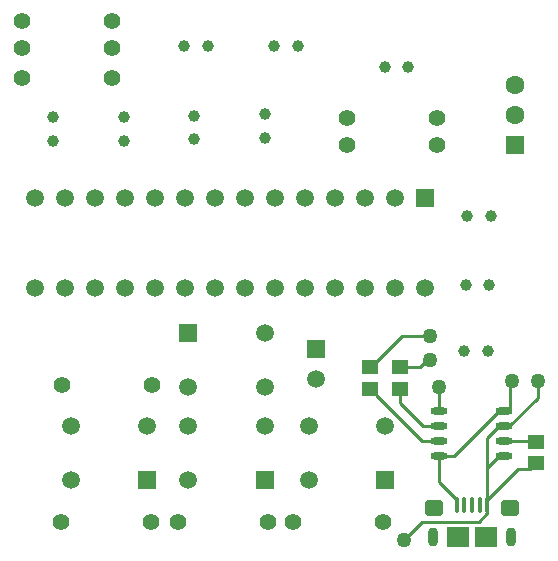
<source format=gtl>
G04*
G04 #@! TF.GenerationSoftware,Altium Limited,Altium Designer,20.1.11 (218)*
G04*
G04 Layer_Physical_Order=1*
G04 Layer_Color=255*
%FSLAX25Y25*%
%MOIN*%
G70*
G04*
G04 #@! TF.SameCoordinates,E6333289-3B3F-416E-ACC7-16277D215EEB*
G04*
G04*
G04 #@! TF.FilePolarity,Positive*
G04*
G01*
G75*
%ADD15R,0.05512X0.04724*%
%ADD16O,0.05709X0.02362*%
%ADD17R,0.07480X0.07087*%
G04:AMPARAMS|DCode=18|XSize=62.99mil|YSize=55.12mil|CornerRadius=13.78mil|HoleSize=0mil|Usage=FLASHONLY|Rotation=0.000|XOffset=0mil|YOffset=0mil|HoleType=Round|Shape=RoundedRectangle|*
%AMROUNDEDRECTD18*
21,1,0.06299,0.02756,0,0,0.0*
21,1,0.03543,0.05512,0,0,0.0*
1,1,0.02756,0.01772,-0.01378*
1,1,0.02756,-0.01772,-0.01378*
1,1,0.02756,-0.01772,0.01378*
1,1,0.02756,0.01772,0.01378*
%
%ADD18ROUNDEDRECTD18*%
%ADD19O,0.01575X0.05315*%
%ADD35C,0.01000*%
%ADD36C,0.03937*%
%ADD37C,0.05512*%
%ADD38R,0.06299X0.06299*%
%ADD39C,0.06299*%
%ADD40C,0.05906*%
%ADD41R,0.05906X0.05906*%
%ADD42C,0.05898*%
%ADD43R,0.05898X0.05898*%
%ADD44O,0.03543X0.06299*%
%ADD45C,0.05000*%
D15*
X464500Y217000D02*
D03*
Y224087D02*
D03*
X419000Y241957D02*
D03*
Y249043D02*
D03*
X409000Y241957D02*
D03*
Y249043D02*
D03*
D16*
X453925Y219500D02*
D03*
Y224500D02*
D03*
Y229500D02*
D03*
Y234500D02*
D03*
X432075Y219500D02*
D03*
Y224500D02*
D03*
Y229500D02*
D03*
Y234500D02*
D03*
D17*
X447874Y192500D02*
D03*
X438425D02*
D03*
D18*
X455748Y202146D02*
D03*
X430551D02*
D03*
D19*
X443150Y203031D02*
D03*
X440590D02*
D03*
X438031D02*
D03*
X448268D02*
D03*
X445709D02*
D03*
D35*
X453925Y229500D02*
X455598D01*
X465000Y238902D01*
Y244500D01*
X448268Y204902D02*
X458504Y215138D01*
X448158Y204792D02*
X448268Y204902D01*
Y215516D01*
X448158Y200376D02*
Y204792D01*
X462638Y215138D02*
X464500Y217000D01*
X458504Y215138D02*
X462638D01*
X464087Y224500D02*
X464500Y224087D01*
X453925Y224500D02*
X464087D01*
X452252Y229500D02*
X453925D01*
X448268Y225516D02*
X452252Y229500D01*
X448268Y215516D02*
Y225516D01*
X453925Y234500D02*
X455170D01*
X455799Y235129D01*
Y243799D01*
X456500Y244500D01*
X409000Y249043D02*
X409394D01*
X419850Y259500D01*
X429000D01*
X419000Y249043D02*
X425800D01*
X428257Y251500D01*
X429000D01*
X432000Y234575D02*
X432075Y234500D01*
X432000Y234575D02*
Y242500D01*
X426457Y224500D02*
X432075D01*
X409394Y241957D02*
X411256Y240094D01*
Y239701D02*
Y240094D01*
X409000Y241957D02*
X409394D01*
X411256Y239701D02*
X426457Y224500D01*
X419000Y237209D02*
X426709Y229500D01*
X432075D01*
X419000Y237209D02*
Y241957D01*
X432075Y219500D02*
X437252D01*
X452252Y234500D01*
X453925D01*
X448268Y215516D02*
X452252Y219500D01*
X453925D01*
X438031Y203031D02*
Y204902D01*
X432075Y210858D02*
X438031Y204902D01*
X432075Y210858D02*
Y219500D01*
X426543Y197543D02*
X445325D01*
X448158Y200376D01*
X420500Y191500D02*
X426543Y197543D01*
D36*
X421874Y349000D02*
D03*
X414000D02*
D03*
X347126Y356000D02*
D03*
X355000D02*
D03*
X377126D02*
D03*
X385000D02*
D03*
X449500Y299500D02*
D03*
X441626D02*
D03*
X303500Y324500D02*
D03*
Y332374D02*
D03*
X374000Y325500D02*
D03*
Y333374D02*
D03*
X350500Y332874D02*
D03*
Y325000D02*
D03*
X327000Y332374D02*
D03*
Y324500D02*
D03*
X441000Y276500D02*
D03*
X448874D02*
D03*
X440500Y254500D02*
D03*
X448374D02*
D03*
D37*
X323000Y364500D02*
D03*
X293000D02*
D03*
X323000Y355500D02*
D03*
X293000D02*
D03*
X401500Y332000D02*
D03*
X431500D02*
D03*
X401500Y323000D02*
D03*
X431500D02*
D03*
X336000Y197500D02*
D03*
X306000D02*
D03*
X375000D02*
D03*
X345000D02*
D03*
X336500Y243000D02*
D03*
X306500D02*
D03*
X413500Y197500D02*
D03*
X383500D02*
D03*
X323000Y345500D02*
D03*
X293000D02*
D03*
D38*
X457500Y323000D02*
D03*
D39*
Y333000D02*
D03*
Y343000D02*
D03*
D40*
X297597Y275500D02*
D03*
X307597D02*
D03*
X317597D02*
D03*
X327597D02*
D03*
X337597D02*
D03*
X347597D02*
D03*
X357597D02*
D03*
X367597D02*
D03*
X377597D02*
D03*
X387597D02*
D03*
X397597D02*
D03*
X407597D02*
D03*
X417597D02*
D03*
X427597D02*
D03*
X297597Y305500D02*
D03*
X307597D02*
D03*
X317597D02*
D03*
X327597D02*
D03*
X337597D02*
D03*
X347597D02*
D03*
X357597D02*
D03*
X367597D02*
D03*
X377597D02*
D03*
X387597D02*
D03*
X397597D02*
D03*
X407597D02*
D03*
X417597D02*
D03*
X391000Y245000D02*
D03*
D41*
X427597Y305500D02*
D03*
X391000Y255000D02*
D03*
D42*
X348630Y242642D02*
D03*
X374220D02*
D03*
Y260358D02*
D03*
X348630Y211642D02*
D03*
Y229358D02*
D03*
X374220D02*
D03*
X388705Y211642D02*
D03*
Y229358D02*
D03*
X414295D02*
D03*
X309335Y211642D02*
D03*
Y229358D02*
D03*
X334925D02*
D03*
D43*
X348630Y260358D02*
D03*
X374220Y211642D02*
D03*
X414295D02*
D03*
X334925D02*
D03*
D44*
X456142Y192500D02*
D03*
X430158D02*
D03*
D45*
X465000Y244500D02*
D03*
X456500D02*
D03*
X429000Y259500D02*
D03*
Y251500D02*
D03*
X432000Y242500D02*
D03*
X420500Y191500D02*
D03*
M02*

</source>
